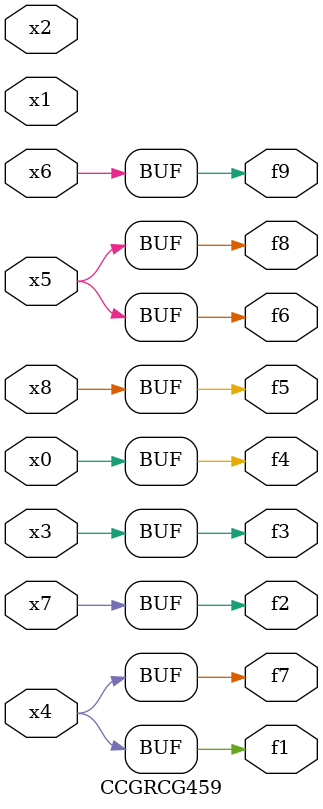
<source format=v>
module CCGRCG459(
	input x0, x1, x2, x3, x4, x5, x6, x7, x8,
	output f1, f2, f3, f4, f5, f6, f7, f8, f9
);
	assign f1 = x4;
	assign f2 = x7;
	assign f3 = x3;
	assign f4 = x0;
	assign f5 = x8;
	assign f6 = x5;
	assign f7 = x4;
	assign f8 = x5;
	assign f9 = x6;
endmodule

</source>
